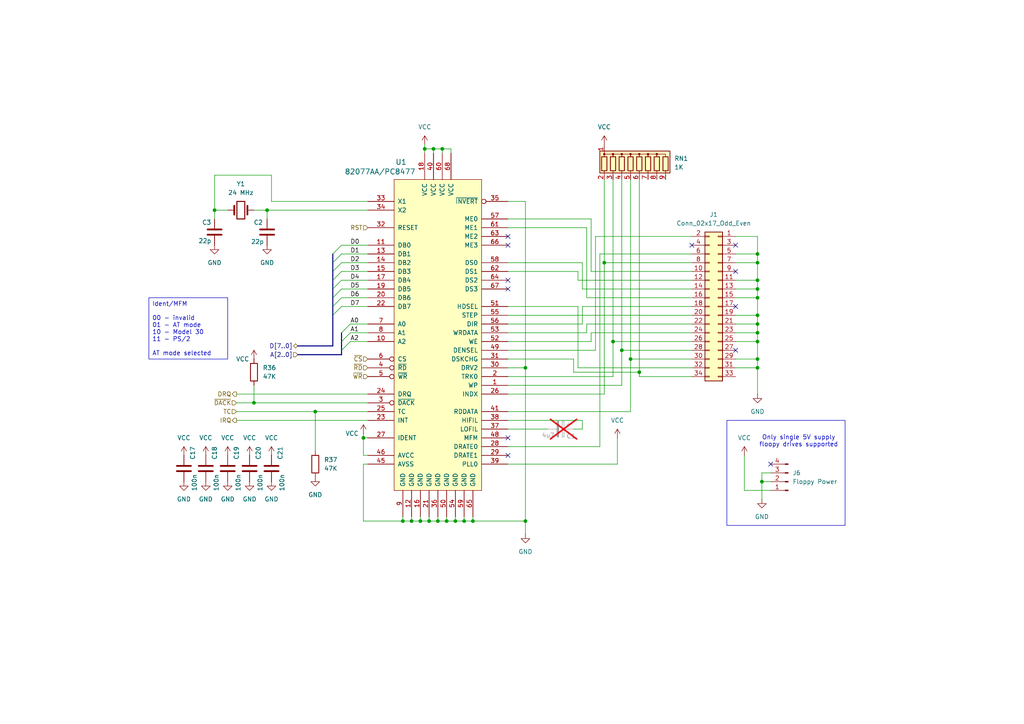
<source format=kicad_sch>
(kicad_sch (version 20250114) (generator "eeschema") (generator_version "9.0")
  (paper "A4")
  (lib_symbols
    (symbol "82077AA:82077AA" (pin_names (offset 1.016))
      (property "Reference" "U1" (at -10.668 49.53 0))
      (property "Value" "82077AA/PC8477" (at -16.764 46.736 0))
      (symbol "82077AA_1_1"
        (rectangle (start -12.7 44.45) (end 12.7 -45.72) (fill (type background)))
        (pin input line (at -20.32 38.1 0) (length 7.62) (name "X1") (number "33"))
        (pin input line (at -20.32 35.56 0) (length 7.62) (name "X2") (number "34"))
        (pin input line (at -20.32 30.48 0) (length 7.62) (name "RESET") (number "32"))
        (pin tri_state line (at -20.32 25.4 0) (length 7.62) (name "DB0") (number "11"))
        (pin tri_state line (at -20.32 22.86 0) (length 7.62) (name "DB1") (number "13"))
        (pin tri_state line (at -20.32 20.32 0) (length 7.62) (name "DB2") (number "14"))
        (pin tri_state line (at -20.32 17.78 0) (length 7.62) (name "DB3") (number "15"))
        (pin tri_state line (at -20.32 15.24 0) (length 7.62) (name "DB4") (number "17"))
        (pin tri_state line (at -20.32 12.7 0) (length 7.62) (name "DB5") (number "19"))
        (pin tri_state line (at -20.32 10.16 0) (length 7.62) (name "DB6") (number "20"))
        (pin tri_state line (at -20.32 7.62 0) (length 7.62) (name "DB7") (number "22"))
        (pin input line (at -20.32 2.54 0) (length 7.62) (name "A0") (number "7"))
        (pin input line (at -20.32 0 0) (length 7.62) (name "A1") (number "8"))
        (pin input line (at -20.32 -2.54 0) (length 7.62) (name "A2") (number "10"))
        (pin input inverted (at -20.32 -7.62 0) (length 7.62) (name "CS") (number "6"))
        (pin input inverted (at -20.32 -10.16 0) (length 7.62) (name "~{RD}") (number "4"))
        (pin input inverted (at -20.32 -12.7 0) (length 7.62) (name "~{WR}") (number "5"))
        (pin output line (at -20.32 -17.78 0) (length 7.62) (name "DRQ") (number "24"))
        (pin input inverted (at -20.32 -20.32 0) (length 7.62) (name "~{DACK}") (number "3"))
        (pin input line (at -20.32 -22.86 0) (length 7.62) (name "TC") (number "25"))
        (pin output line (at -20.32 -25.4 0) (length 7.62) (name "INT") (number "23"))
        (pin input line (at -20.32 -30.48 0) (length 7.62) (name "IDENT") (number "27"))
        (pin power_in line (at -20.32 -35.56 0) (length 7.62) (name "AVCC") (number "46"))
        (pin power_in line (at -20.32 -38.1 0) (length 7.62) (name "AVSS") (number "45"))
        (pin power_in line (at -10.16 -53.34 90) (length 7.62) (name "GND") (number "9"))
        (pin power_in line (at -7.62 -53.34 90) (length 7.62) (name "GND") (number "12"))
        (pin no_connect line (at -6.35 52.07 270) (length 7.62) (hide yes) (name "NC") (number "42"))
        (pin no_connect line (at -5.08 52.07 270) (length 7.62) (hide yes) (name "NC") (number "43"))
        (pin power_in line (at -5.08 -53.34 90) (length 7.62) (name "GND") (number "16"))
        (pin power_in line (at -3.81 52.07 270) (length 7.62) (name "VCC") (number "18"))
        (pin power_in line (at -2.54 -53.34 90) (length 7.62) (name "GND") (number "21"))
        (pin power_in line (at -1.27 52.07 270) (length 7.62) (name "VCC") (number "40"))
        (pin power_in line (at 0 -53.34 90) (length 7.62) (name "GND") (number "36"))
        (pin power_in line (at 1.27 52.07 270) (length 7.62) (name "VCC") (number "60"))
        (pin power_in line (at 2.54 -53.34 90) (length 7.62) (name "GND") (number "50"))
        (pin power_in line (at 3.81 52.07 270) (length 7.62) (name "VCC") (number "68"))
        (pin power_in line (at 5.08 -53.34 90) (length 7.62) (name "GND") (number "54"))
        (pin no_connect line (at 7.62 52.07 270) (length 7.62) (hide yes) (name "NC") (number "44"))
        (pin power_in line (at 7.62 -53.34 90) (length 7.62) (name "GND") (number "59"))
        (pin no_connect line (at 8.89 52.07 270) (length 7.62) (hide yes) (name "NC") (number "47"))
        (pin power_in line (at 10.16 -53.34 90) (length 7.62) (name "GND") (number "65"))
        (pin input inverted (at 20.32 38.1 180) (length 7.62) (name "~{INVERT}") (number "35"))
        (pin output line (at 20.32 33.02 180) (length 7.62) (name "ME0") (number "57"))
        (pin output line (at 20.32 30.48 180) (length 7.62) (name "ME1") (number "61"))
        (pin output line (at 20.32 27.94 180) (length 7.62) (name "ME2") (number "63"))
        (pin output line (at 20.32 25.4 180) (length 7.62) (name "ME3") (number "66"))
        (pin output line (at 20.32 20.32 180) (length 7.62) (name "DS0") (number "58"))
        (pin output line (at 20.32 17.78 180) (length 7.62) (name "DS1") (number "62"))
        (pin output line (at 20.32 15.24 180) (length 7.62) (name "DS2") (number "64"))
        (pin output line (at 20.32 12.7 180) (length 7.62) (name "DS3") (number "67"))
        (pin output line (at 20.32 7.62 180) (length 7.62) (name "HDSEL") (number "51"))
        (pin output line (at 20.32 5.08 180) (length 7.62) (name "STEP") (number "55"))
        (pin output line (at 20.32 2.54 180) (length 7.62) (name "DIR") (number "56"))
        (pin output line (at 20.32 0 180) (length 7.62) (name "WRDATA") (number "53"))
        (pin output line (at 20.32 -2.54 180) (length 7.62) (name "WE") (number "52"))
        (pin output line (at 20.32 -5.08 180) (length 7.62) (name "DENSEL") (number "49"))
        (pin input line (at 20.32 -7.62 180) (length 7.62) (name "DSKCHG") (number "31"))
        (pin input line (at 20.32 -10.16 180) (length 7.62) (name "DRV2") (number "30"))
        (pin input line (at 20.32 -12.7 180) (length 7.62) (name "TRK0") (number "2"))
        (pin input line (at 20.32 -15.24 180) (length 7.62) (name "WP") (number "1"))
        (pin input line (at 20.32 -17.78 180) (length 7.62) (name "INDX") (number "26"))
        (pin input line (at 20.32 -22.86 180) (length 7.62) (name "RDDATA") (number "41"))
        (pin input line (at 20.32 -25.4 180) (length 7.62) (name "HIFIL") (number "38"))
        (pin input line (at 20.32 -27.94 180) (length 7.62) (name "LOFIL") (number "37"))
        (pin input line (at 20.32 -30.48 180) (length 7.62) (name "MFM") (number "48"))
        (pin output line (at 20.32 -33.02 180) (length 7.62) (name "DRATE0") (number "28"))
        (pin output line (at 20.32 -35.56 180) (length 7.62) (name "DRATE1") (number "29"))
        (pin input line (at 20.32 -38.1 180) (length 7.62) (name "PLL0") (number "39"))
      )
    )
    (symbol "Connector:Conn_01x04_Pin" (pin_names (offset 1.016) (hide yes))
      (property "Reference" "J" (at 0 5.08 0))
      (property "Value" "Conn_01x04_Pin" (at 0 -7.62 0))
      (symbol "Conn_01x04_Pin_1_1"
        (rectangle (start 0.8636 2.667) (end 0 2.413) (stroke (width 0.1524)) (fill (type outline)))
        (rectangle (start 0.8636 0.127) (end 0 -0.127) (stroke (width 0.1524)) (fill (type outline)))
        (rectangle (start 0.8636 -2.413) (end 0 -2.667) (stroke (width 0.1524)) (fill (type outline)))
        (rectangle (start 0.8636 -4.953) (end 0 -5.207) (stroke (width 0.1524)) (fill (type outline)))
        (polyline (pts (xy 1.27 2.54) (xy 0.8636 2.54)) (stroke (width 0.1524)))
        (polyline (pts (xy 1.27 0) (xy 0.8636 0)) (stroke (width 0.1524)))
        (polyline (pts (xy 1.27 -2.54) (xy 0.8636 -2.54)) (stroke (width 0.1524)))
        (polyline (pts (xy 1.27 -5.08) (xy 0.8636 -5.08)) (stroke (width 0.1524)))
        (pin passive line (at 5.08 2.54 180) (length 3.81) (name "Pin_1") (number "1"))
        (pin passive line (at 5.08 0 180) (length 3.81) (name "Pin_2") (number "2"))
        (pin passive line (at 5.08 -2.54 180) (length 3.81) (name "Pin_3") (number "3"))
        (pin passive line (at 5.08 -5.08 180) (length 3.81) (name "Pin_4") (number "4"))
      )
    )
    (symbol "Connector_Generic:Conn_02x17_Odd_Even" (pin_names (offset 1.016) (hide yes))
      (property "Reference" "J" (at 1.27 22.86 0))
      (property "Value" "Conn_02x17_Odd_Even" (at 1.27 -22.86 0))
      (symbol "Conn_02x17_Odd_Even_1_1"
        (rectangle (start -1.27 21.59) (end 3.81 -21.59) (stroke (width 0.254)) (fill (type background)))
        (rectangle (start -1.27 20.447) (end 0 20.193) (stroke (width 0.1524)))
        (rectangle (start -1.27 17.907) (end 0 17.653) (stroke (width 0.1524)))
        (rectangle (start -1.27 15.367) (end 0 15.113) (stroke (width 0.1524)))
        (rectangle (start -1.27 12.827) (end 0 12.573) (stroke (width 0.1524)))
        (rectangle (start -1.27 10.287) (end 0 10.033) (stroke (width 0.1524)))
        (rectangle (start -1.27 7.747) (end 0 7.493) (stroke (width 0.1524)))
        (rectangle (start -1.27 5.207) (end 0 4.953) (stroke (width 0.1524)))
        (rectangle (start -1.27 2.667) (end 0 2.413) (stroke (width 0.1524)))
        (rectangle (start -1.27 0.127) (end 0 -0.127) (stroke (width 0.1524)))
        (rectangle (start -1.27 -2.413) (end 0 -2.667) (stroke (width 0.1524)))
        (rectangle (start -1.27 -4.953) (end 0 -5.207) (stroke (width 0.1524)))
        (rectangle (start -1.27 -7.493) (end 0 -7.747) (stroke (width 0.1524)))
        (rectangle (start -1.27 -10.033) (end 0 -10.287) (stroke (width 0.1524)))
        (rectangle (start -1.27 -12.573) (end 0 -12.827) (stroke (width 0.1524)))
        (rectangle (start -1.27 -15.113) (end 0 -15.367) (stroke (width 0.1524)))
        (rectangle (start -1.27 -17.653) (end 0 -17.907) (stroke (width 0.1524)))
        (rectangle (start -1.27 -20.193) (end 0 -20.447) (stroke (width 0.1524)))
        (rectangle (start 3.81 20.447) (end 2.54 20.193) (stroke (width 0.1524)))
        (rectangle (start 3.81 17.907) (end 2.54 17.653) (stroke (width 0.1524)))
        (rectangle (start 3.81 15.367) (end 2.54 15.113) (stroke (width 0.1524)))
        (rectangle (start 3.81 12.827) (end 2.54 12.573) (stroke (width 0.1524)))
        (rectangle (start 3.81 10.287) (end 2.54 10.033) (stroke (width 0.1524)))
        (rectangle (start 3.81 7.747) (end 2.54 7.493) (stroke (width 0.1524)))
        (rectangle (start 3.81 5.207) (end 2.54 4.953) (stroke (width 0.1524)))
        (rectangle (start 3.81 2.667) (end 2.54 2.413) (stroke (width 0.1524)))
        (rectangle (start 3.81 0.127) (end 2.54 -0.127) (stroke (width 0.1524)))
        (rectangle (start 3.81 -2.413) (end 2.54 -2.667) (stroke (width 0.1524)))
        (rectangle (start 3.81 -4.953) (end 2.54 -5.207) (stroke (width 0.1524)))
        (rectangle (start 3.81 -7.493) (end 2.54 -7.747) (stroke (width 0.1524)))
        (rectangle (start 3.81 -10.033) (end 2.54 -10.287) (stroke (width 0.1524)))
        (rectangle (start 3.81 -12.573) (end 2.54 -12.827) (stroke (width 0.1524)))
        (rectangle (start 3.81 -15.113) (end 2.54 -15.367) (stroke (width 0.1524)))
        (rectangle (start 3.81 -17.653) (end 2.54 -17.907) (stroke (width 0.1524)))
        (rectangle (start 3.81 -20.193) (end 2.54 -20.447) (stroke (width 0.1524)))
        (pin passive line (at -5.08 20.32 0) (length 3.81) (name "Pin_1") (number "1"))
        (pin passive line (at -5.08 17.78 0) (length 3.81) (name "Pin_3") (number "3"))
        (pin passive line (at -5.08 15.24 0) (length 3.81) (name "Pin_5") (number "5"))
        (pin passive line (at -5.08 12.7 0) (length 3.81) (name "Pin_7") (number "7"))
        (pin passive line (at -5.08 10.16 0) (length 3.81) (name "Pin_9") (number "9"))
        (pin passive line (at -5.08 7.62 0) (length 3.81) (name "Pin_11") (number "11"))
        (pin passive line (at -5.08 5.08 0) (length 3.81) (name "Pin_13") (number "13"))
        (pin passive line (at -5.08 2.54 0) (length 3.81) (name "Pin_15") (number "15"))
        (pin passive line (at -5.08 0 0) (length 3.81) (name "Pin_17") (number "17"))
        (pin passive line (at -5.08 -2.54 0) (length 3.81) (name "Pin_19") (number "19"))
        (pin passive line (at -5.08 -5.08 0) (length 3.81) (name "Pin_21") (number "21"))
        (pin passive line (at -5.08 -7.62 0) (length 3.81) (name "Pin_23") (number "23"))
        (pin passive line (at -5.08 -10.16 0) (length 3.81) (name "Pin_25") (number "25"))
        (pin passive line (at -5.08 -12.7 0) (length 3.81) (name "Pin_27") (number "27"))
        (pin passive line (at -5.08 -15.24 0) (length 3.81) (name "Pin_29") (number "29"))
        (pin passive line (at -5.08 -17.78 0) (length 3.81) (name "Pin_31") (number "31"))
        (pin passive line (at -5.08 -20.32 0) (length 3.81) (name "Pin_33") (number "33"))
        (pin passive line (at 7.62 20.32 180) (length 3.81) (name "Pin_2") (number "2"))
        (pin passive line (at 7.62 17.78 180) (length 3.81) (name "Pin_4") (number "4"))
        (pin passive line (at 7.62 15.24 180) (length 3.81) (name "Pin_6") (number "6"))
        (pin passive line (at 7.62 12.7 180) (length 3.81) (name "Pin_8") (number "8"))
        (pin passive line (at 7.62 10.16 180) (length 3.81) (name "Pin_10") (number "10"))
        (pin passive line (at 7.62 7.62 180) (length 3.81) (name "Pin_12") (number "12"))
        (pin passive line (at 7.62 5.08 180) (length 3.81) (name "Pin_14") (number "14"))
        (pin passive line (at 7.62 2.54 180) (length 3.81) (name "Pin_16") (number "16"))
        (pin passive line (at 7.62 0 180) (length 3.81) (name "Pin_18") (number "18"))
        (pin passive line (at 7.62 -2.54 180) (length 3.81) (name "Pin_20") (number "20"))
        (pin passive line (at 7.62 -5.08 180) (length 3.81) (name "Pin_22") (number "22"))
        (pin passive line (at 7.62 -7.62 180) (length 3.81) (name "Pin_24") (number "24"))
        (pin passive line (at 7.62 -10.16 180) (length 3.81) (name "Pin_26") (number "26"))
        (pin passive line (at 7.62 -12.7 180) (length 3.81) (name "Pin_28") (number "28"))
        (pin passive line (at 7.62 -15.24 180) (length 3.81) (name "Pin_30") (number "30"))
        (pin passive line (at 7.62 -17.78 180) (length 3.81) (name "Pin_32") (number "32"))
        (pin passive line (at 7.62 -20.32 180) (length 3.81) (name "Pin_34") (number "34"))
      )
    )
    (symbol "Device:C" (pin_numbers (hide yes)) (pin_names (offset 0.254))
      (property "Reference" "C" (at 0.635 2.54 0))
      (property "Value" "C" (at 0.635 -2.54 0))
      (symbol "C_0_1"
        (polyline (pts (xy -2.032 0.762) (xy 2.032 0.762)) (stroke (width 0.508)))
        (polyline (pts (xy -2.032 -0.762) (xy 2.032 -0.762)) (stroke (width 0.508)))
      )
      (symbol "C_1_1"
        (pin passive line (at 0 3.81 270) (length 2.794) (name "~") (number "1"))
        (pin passive line (at 0 -3.81 90) (length 2.794) (name "~") (number "2"))
      )
    )
    (symbol "Device:C_Polarized" (pin_numbers (hide yes)) (pin_names (offset 0.254))
      (property "Reference" "C" (at 0.635 2.54 0))
      (property "Value" "C_Polarized" (at 0.635 -2.54 0))
      (symbol "C_Polarized_0_1"
        (rectangle (start -2.286 0.508) (end 2.286 1.016))
        (polyline (pts (xy -1.778 2.286) (xy -0.762 2.286)))
        (polyline (pts (xy -1.27 2.794) (xy -1.27 1.778)))
        (rectangle (start 2.286 -0.508) (end -2.286 -1.016) (fill (type outline)))
      )
      (symbol "C_Polarized_1_1"
        (pin passive line (at 0 3.81 270) (length 2.794) (name "~") (number "1"))
        (pin passive line (at 0 -3.81 90) (length 2.794) (name "~") (number "2"))
      )
    )
    (symbol "Device:Crystal" (pin_numbers (hide yes)) (pin_names (offset 1.016) (hide yes))
      (property "Reference" "Y" (at 0 3.81 0))
      (property "Value" "Crystal" (at 0 -3.81 0))
      (symbol "Crystal_0_1"
        (polyline (pts (xy -2.54 0) (xy -1.905 0)))
        (polyline (pts (xy -1.905 -1.27) (xy -1.905 1.27)) (stroke (width 0.508)))
        (rectangle (start -1.143 2.54) (end 1.143 -2.54) (stroke (width 0.3048)))
        (polyline (pts (xy 1.905 -1.27) (xy 1.905 1.27)) (stroke (width 0.508)))
        (polyline (pts (xy 2.54 0) (xy 1.905 0)))
      )
      (symbol "Crystal_1_1"
        (pin passive line (at -3.81 0 0) (length 1.27) (name "1") (number "1"))
        (pin passive line (at 3.81 0 180) (length 1.27) (name "2") (number "2"))
      )
    )
    (symbol "Device:R" (pin_numbers (hide yes)) (pin_names (offset 0))
      (property "Reference" "R" (at 2.032 0 90))
      (property "Value" "R" (at 0 0 90))
      (symbol "R_0_1"
        (rectangle (start -1.016 -2.54) (end 1.016 2.54) (stroke (width 0.254)))
      )
      (symbol "R_1_1"
        (pin passive line (at 0 3.81 270) (length 1.27) (name "~") (number "1"))
        (pin passive line (at 0 -3.81 90) (length 1.27) (name "~") (number "2"))
      )
    )
    (symbol "Device:R_Network08" (pin_names (offset 0) (hide yes))
      (property "Reference" "RN" (at -12.7 0 90))
      (property "Value" "R_Network08" (at 10.16 0 90))
      (symbol "R_Network08_0_1"
        (rectangle (start -11.43 -3.175) (end 8.89 3.175) (stroke (width 0.254)) (fill (type background)))
        (rectangle (start -10.922 1.524) (end -9.398 -2.54) (stroke (width 0.254)))
        (circle (center -10.16 2.286) (radius 0.254) (fill (type outline)))
        (polyline (pts (xy -10.16 1.524) (xy -10.16 2.286) (xy -7.62 2.286) (xy -7.62 1.524)))
        (polyline (pts (xy -10.16 -2.54) (xy -10.16 -3.81)))
        (rectangle (start -8.382 1.524) (end -6.858 -2.54) (stroke (width 0.254)))
        (circle (center -7.62 2.286) (radius 0.254) (fill (type outline)))
        (polyline (pts (xy -7.62 1.524) (xy -7.62 2.286) (xy -5.08 2.286) (xy -5.08 1.524)))
        (polyline (pts (xy -7.62 -2.54) (xy -7.62 -3.81)))
        (rectangle (start -5.842 1.524) (end -4.318 -2.54) (stroke (width 0.254)))
        (circle (center -5.08 2.286) (radius 0.254) (fill (type outline)))
        (polyline (pts (xy -5.08 1.524) (xy -5.08 2.286) (xy -2.54 2.286) (xy -2.54 1.524)))
        (polyline (pts (xy -5.08 -2.54) (xy -5.08 -3.81)))
        (rectangle (start -3.302 1.524) (end -1.778 -2.54) (stroke (width 0.254)))
        (circle (center -2.54 2.286) (radius 0.254) (fill (type outline)))
        (polyline (pts (xy -2.54 1.524) (xy -2.54 2.286) (xy 0 2.286) (xy 0 1.524)))
        (polyline (pts (xy -2.54 -2.54) (xy -2.54 -3.81)))
        (rectangle (start -0.762 1.524) (end 0.762 -2.54) (stroke (width 0.254)))
        (circle (center 0 2.286) (radius 0.254) (fill (type outline)))
        (polyline (pts (xy 0 1.524) (xy 0 2.286) (xy 2.54 2.286) (xy 2.54 1.524)))
        (polyline (pts (xy 0 -2.54) (xy 0 -3.81)))
        (rectangle (start 1.778 1.524) (end 3.302 -2.54) (stroke (width 0.254)))
        (circle (center 2.54 2.286) (radius 0.254) (fill (type outline)))
        (polyline (pts (xy 2.54 1.524) (xy 2.54 2.286) (xy 5.08 2.286) (xy 5.08 1.524)))
        (polyline (pts (xy 2.54 -2.54) (xy 2.54 -3.81)))
        (rectangle (start 4.318 1.524) (end 5.842 -2.54) (stroke (width 0.254)))
        (circle (center 5.08 2.286) (radius 0.254) (fill (type outline)))
        (polyline (pts (xy 5.08 1.524) (xy 5.08 2.286) (xy 7.62 2.286) (xy 7.62 1.524)))
        (polyline (pts (xy 5.08 -2.54) (xy 5.08 -3.81)))
        (rectangle (start 6.858 1.524) (end 8.382 -2.54) (stroke (width 0.254)))
        (polyline (pts (xy 7.62 -2.54) (xy 7.62 -3.81)))
      )
      (symbol "R_Network08_1_1"
        (pin passive line (at -10.16 5.08 270) (length 2.54) (name "common") (number "1"))
        (pin passive line (at -10.16 -5.08 90) (length 1.27) (name "R1") (number "2"))
        (pin passive line (at -7.62 -5.08 90) (length 1.27) (name "R2") (number "3"))
        (pin passive line (at -5.08 -5.08 90) (length 1.27) (name "R3") (number "4"))
        (pin passive line (at -2.54 -5.08 90) (length 1.27) (name "R4") (number "5"))
        (pin passive line (at 0 -5.08 90) (length 1.27) (name "R5") (number "6"))
        (pin passive line (at 2.54 -5.08 90) (length 1.27) (name "R6") (number "7"))
        (pin passive line (at 5.08 -5.08 90) (length 1.27) (name "R7") (number "8"))
        (pin passive line (at 7.62 -5.08 90) (length 1.27) (name "R8") (number "9"))
      )
    )
    (symbol "power:GND" (power) (pin_numbers (hide yes)) (pin_names (offset 0) (hide yes))
      (property "Value" "GND" (at 0 -3.81 0))
      (symbol "GND_0_1"
        (polyline (pts (xy 0 0) (xy 0 -1.27) (xy 1.27 -1.27) (xy 0 -2.54) (xy -1.27 -1.27) (xy 0 -1.27)))
      )
      (symbol "GND_1_1"
        (pin power_in line (at 0 0 270) (length 0) (name "~") (number "1"))
      )
    )
    (symbol "power:VCC" (power) (pin_numbers (hide yes)) (pin_names (offset 0) (hide yes))
      (property "Value" "VCC" (at 0 3.556 0))
      (symbol "VCC_0_1"
        (polyline (pts (xy -0.762 1.27) (xy 0 2.54)))
        (polyline (pts (xy 0 2.54) (xy 0.762 1.27)))
        (polyline (pts (xy 0 0) (xy 0 2.54)))
      )
      (symbol "VCC_1_1"
        (pin power_in line (at 0 0 90) (length 0) (name "~") (number "1"))
      )
    )
  )
  (rectangle (start 210.82 121.92) (end 245.11 152.4))
  (text "Only single 5V supply\nfloopy drives supported" (at 231.648 128.016 0) (effects (font (size 1.27 1.27))))
  (text_box "Ident/MFM\n\n00 - invalid\n01 - AT mode\n10 - Model 30\n11 - PS/2\n\nAT mode selected" (at 43.18 86.36 0) (size 22.86 17.78) (margins 0.9525 0.9525 0.9525 0.9525) (effects (font (size 1.27 1.27)) (justify left top)))
  (junction (at 127 151.13))
  (junction (at 125.73 43.18))
  (junction (at 219.71 83.82))
  (junction (at 137.16 151.13))
  (junction (at 185.42 107.95))
  (junction (at 219.71 73.66))
  (junction (at 121.92 151.13))
  (junction (at 77.47 60.96))
  (junction (at 91.44 119.38))
  (junction (at 177.8 99.06))
  (junction (at 123.19 43.18))
  (junction (at 182.88 104.14))
  (junction (at 119.38 151.13))
  (junction (at 152.4 151.13))
  (junction (at 219.71 99.06))
  (junction (at 105.41 127))
  (junction (at 219.71 96.52))
  (junction (at 175.26 76.2))
  (junction (at 219.71 76.2))
  (junction (at 62.23 60.96))
  (junction (at 219.71 93.98))
  (junction (at 132.08 151.13))
  (junction (at 152.4 106.68))
  (junction (at 116.84 151.13))
  (junction (at 219.71 104.14))
  (junction (at 219.71 91.44))
  (junction (at 219.71 106.68))
  (junction (at 73.66 116.84))
  (junction (at 128.27 43.18))
  (junction (at 219.71 86.36))
  (junction (at 180.34 101.6))
  (junction (at 220.98 139.7))
  (junction (at 124.46 151.13))
  (junction (at 219.71 81.28))
  (junction (at 134.62 151.13))
  (junction (at 129.54 151.13))
  (no_connect (at 213.36 71.12))
  (no_connect (at 147.32 83.82))
  (no_connect (at 147.32 132.08))
  (no_connect (at 200.66 71.12))
  (no_connect (at 147.32 71.12))
  (no_connect (at 147.32 127))
  (no_connect (at 223.52 134.62))
  (no_connect (at 213.36 101.6))
  (no_connect (at 213.36 88.9))
  (no_connect (at 147.32 68.58))
  (no_connect (at 147.32 81.28))
  (no_connect (at 213.36 78.74))
  (bus_entry (at 99.06 99.06) (size 2.54 -2.54))
  (bus_entry (at 96.52 76.2) (size 2.54 -2.54))
  (bus_entry (at 96.52 73.66) (size 2.54 -2.54))
  (bus_entry (at 96.52 91.44) (size 2.54 -2.54))
  (bus_entry (at 96.52 83.82) (size 2.54 -2.54))
  (bus_entry (at 96.52 81.28) (size 2.54 -2.54))
  (bus_entry (at 96.52 86.36) (size 2.54 -2.54))
  (bus_entry (at 96.52 78.74) (size 2.54 -2.54))
  (bus_entry (at 99.06 96.52) (size 2.54 -2.54))
  (bus_entry (at 96.52 88.9) (size 2.54 -2.54))
  (bus_entry (at 99.06 101.6) (size 2.54 -2.54))
  (wire (pts (xy 200.66 88.9) (xy 168.91 88.9)))
  (wire (pts (xy 219.71 93.98) (xy 219.71 96.52)))
  (wire (pts (xy 125.73 43.18) (xy 128.27 43.18)))
  (wire (pts (xy 213.36 106.68) (xy 219.71 106.68)))
  (wire (pts (xy 147.32 114.3) (xy 175.26 114.3)))
  (wire (pts (xy 105.41 125.73) (xy 105.41 127)))
  (wire (pts (xy 179.07 134.62) (xy 179.07 127)))
  (wire (pts (xy 127 151.13) (xy 129.54 151.13)))
  (wire (pts (xy 219.71 104.14) (xy 219.71 106.68)))
  (wire (pts (xy 170.18 96.52) (xy 170.18 93.98)))
  (wire (pts (xy 124.46 149.86) (xy 124.46 151.13)))
  (wire (pts (xy 77.47 60.96) (xy 106.68 60.96)))
  (wire (pts (xy 147.32 134.62) (xy 179.07 134.62)))
  (bus (pts (xy 96.52 86.36) (xy 96.52 88.9)))
  (wire (pts (xy 168.91 124.46) (xy 166.37 124.46)))
  (wire (pts (xy 171.45 78.74) (xy 171.45 63.5)))
  (wire (pts (xy 127 149.86) (xy 127 151.13)))
  (wire (pts (xy 77.47 60.96) (xy 77.47 63.5)))
  (wire (pts (xy 167.64 88.9) (xy 147.32 88.9)))
  (bus (pts (xy 96.52 76.2) (xy 96.52 78.74)))
  (wire (pts (xy 166.37 104.14) (xy 166.37 107.95)))
  (wire (pts (xy 125.73 43.18) (xy 125.73 44.45)))
  (wire (pts (xy 147.32 58.42) (xy 152.4 58.42)))
  (wire (pts (xy 200.66 81.28) (xy 167.64 81.28)))
  (wire (pts (xy 99.06 88.9) (xy 106.68 88.9)))
  (wire (pts (xy 78.74 50.8) (xy 78.74 58.42)))
  (wire (pts (xy 129.54 149.86) (xy 129.54 151.13)))
  (wire (pts (xy 147.32 76.2) (xy 168.91 76.2)))
  (wire (pts (xy 106.68 132.08) (xy 105.41 132.08)))
  (wire (pts (xy 182.88 104.14) (xy 182.88 52.07)))
  (wire (pts (xy 182.88 104.14) (xy 200.66 104.14)))
  (wire (pts (xy 171.45 99.06) (xy 171.45 96.52)))
  (wire (pts (xy 168.91 88.9) (xy 168.91 93.98)))
  (wire (pts (xy 105.41 151.13) (xy 105.41 134.62)))
  (wire (pts (xy 137.16 149.86) (xy 137.16 151.13)))
  (wire (pts (xy 152.4 106.68) (xy 152.4 151.13)))
  (wire (pts (xy 167.64 81.28) (xy 167.64 78.74)))
  (wire (pts (xy 130.81 43.18) (xy 130.81 44.45)))
  (wire (pts (xy 213.36 68.58) (xy 219.71 68.58)))
  (wire (pts (xy 168.91 93.98) (xy 147.32 93.98)))
  (wire (pts (xy 68.58 116.84) (xy 73.66 116.84)))
  (wire (pts (xy 185.42 107.95) (xy 185.42 109.22)))
  (wire (pts (xy 121.92 151.13) (xy 124.46 151.13)))
  (wire (pts (xy 180.34 111.76) (xy 180.34 101.6)))
  (wire (pts (xy 185.42 52.07) (xy 185.42 107.95)))
  (wire (pts (xy 168.91 121.92) (xy 168.91 124.46)))
  (wire (pts (xy 132.08 149.86) (xy 132.08 151.13)))
  (wire (pts (xy 99.06 71.12) (xy 106.68 71.12)))
  (bus (pts (xy 96.52 83.82) (xy 96.52 86.36)))
  (wire (pts (xy 99.06 86.36) (xy 106.68 86.36)))
  (wire (pts (xy 213.36 96.52) (xy 219.71 96.52)))
  (wire (pts (xy 182.88 119.38) (xy 182.88 104.14)))
  (wire (pts (xy 213.36 83.82) (xy 219.71 83.82)))
  (wire (pts (xy 215.9 132.08) (xy 215.9 142.24)))
  (wire (pts (xy 129.54 151.13) (xy 132.08 151.13)))
  (wire (pts (xy 123.19 43.18) (xy 125.73 43.18)))
  (wire (pts (xy 147.32 101.6) (xy 172.72 101.6)))
  (wire (pts (xy 219.71 68.58) (xy 219.71 73.66)))
  (wire (pts (xy 152.4 151.13) (xy 152.4 154.94)))
  (wire (pts (xy 62.23 60.96) (xy 62.23 50.8)))
  (wire (pts (xy 166.37 107.95) (xy 185.42 107.95)))
  (wire (pts (xy 147.32 99.06) (xy 171.45 99.06)))
  (wire (pts (xy 123.19 43.18) (xy 123.19 44.45)))
  (wire (pts (xy 105.41 134.62) (xy 106.68 134.62)))
  (bus (pts (xy 99.06 96.52) (xy 99.06 99.06)))
  (wire (pts (xy 68.58 119.38) (xy 91.44 119.38)))
  (wire (pts (xy 99.06 78.74) (xy 106.68 78.74)))
  (wire (pts (xy 99.06 76.2) (xy 106.68 76.2)))
  (wire (pts (xy 213.36 104.14) (xy 219.71 104.14)))
  (wire (pts (xy 171.45 96.52) (xy 200.66 96.52)))
  (bus (pts (xy 96.52 73.66) (xy 96.52 76.2)))
  (wire (pts (xy 177.8 99.06) (xy 200.66 99.06)))
  (wire (pts (xy 116.84 151.13) (xy 105.41 151.13)))
  (wire (pts (xy 119.38 149.86) (xy 119.38 151.13)))
  (wire (pts (xy 219.71 86.36) (xy 219.71 91.44)))
  (wire (pts (xy 180.34 101.6) (xy 200.66 101.6)))
  (wire (pts (xy 116.84 149.86) (xy 116.84 151.13)))
  (wire (pts (xy 147.32 119.38) (xy 182.88 119.38)))
  (bus (pts (xy 99.06 99.06) (xy 99.06 101.6)))
  (wire (pts (xy 128.27 43.18) (xy 130.81 43.18)))
  (wire (pts (xy 219.71 83.82) (xy 219.71 86.36)))
  (wire (pts (xy 73.66 60.96) (xy 77.47 60.96)))
  (wire (pts (xy 147.32 111.76) (xy 180.34 111.76)))
  (wire (pts (xy 177.8 99.06) (xy 177.8 109.22)))
  (wire (pts (xy 219.71 96.52) (xy 219.71 99.06)))
  (wire (pts (xy 128.27 43.18) (xy 128.27 44.45)))
  (wire (pts (xy 219.71 76.2) (xy 219.71 81.28)))
  (wire (pts (xy 213.36 93.98) (xy 219.71 93.98)))
  (wire (pts (xy 124.46 151.13) (xy 127 151.13)))
  (wire (pts (xy 180.34 52.07) (xy 180.34 101.6)))
  (wire (pts (xy 62.23 50.8) (xy 78.74 50.8)))
  (wire (pts (xy 219.71 99.06) (xy 219.71 104.14)))
  (wire (pts (xy 73.66 116.84) (xy 106.68 116.84)))
  (wire (pts (xy 137.16 151.13) (xy 152.4 151.13)))
  (bus (pts (xy 96.52 81.28) (xy 96.52 83.82)))
  (wire (pts (xy 200.66 86.36) (xy 170.18 86.36)))
  (wire (pts (xy 185.42 109.22) (xy 200.66 109.22)))
  (wire (pts (xy 66.04 60.96) (xy 62.23 60.96)))
  (wire (pts (xy 62.23 60.96) (xy 62.23 63.5)))
  (wire (pts (xy 147.32 129.54) (xy 173.99 129.54)))
  (wire (pts (xy 105.41 127) (xy 105.41 132.08)))
  (wire (pts (xy 147.32 121.92) (xy 168.91 121.92)))
  (wire (pts (xy 99.06 81.28) (xy 106.68 81.28)))
  (bus (pts (xy 96.52 88.9) (xy 96.52 91.44)))
  (wire (pts (xy 213.36 76.2) (xy 219.71 76.2)))
  (wire (pts (xy 147.32 91.44) (xy 200.66 91.44)))
  (wire (pts (xy 119.38 151.13) (xy 121.92 151.13)))
  (wire (pts (xy 123.19 41.91) (xy 123.19 43.18)))
  (wire (pts (xy 147.32 104.14) (xy 166.37 104.14)))
  (wire (pts (xy 147.32 109.22) (xy 177.8 109.22)))
  (wire (pts (xy 121.92 149.86) (xy 121.92 151.13)))
  (wire (pts (xy 173.99 129.54) (xy 173.99 73.66)))
  (wire (pts (xy 68.58 121.92) (xy 106.68 121.92)))
  (bus (pts (xy 86.36 102.87) (xy 99.06 102.87)))
  (wire (pts (xy 172.72 68.58) (xy 200.66 68.58)))
  (wire (pts (xy 171.45 63.5) (xy 147.32 63.5)))
  (wire (pts (xy 167.64 106.68) (xy 167.64 88.9)))
  (wire (pts (xy 170.18 86.36) (xy 170.18 66.04)))
  (wire (pts (xy 101.6 93.98) (xy 106.68 93.98)))
  (wire (pts (xy 68.58 114.3) (xy 106.68 114.3)))
  (wire (pts (xy 175.26 52.07) (xy 175.26 76.2)))
  (wire (pts (xy 99.06 83.82) (xy 106.68 83.82)))
  (wire (pts (xy 220.98 139.7) (xy 220.98 137.16)))
  (wire (pts (xy 91.44 119.38) (xy 106.68 119.38)))
  (bus (pts (xy 99.06 101.6) (xy 99.06 102.87)))
  (wire (pts (xy 177.8 52.07) (xy 177.8 99.06)))
  (wire (pts (xy 91.44 119.38) (xy 91.44 130.81)))
  (wire (pts (xy 220.98 139.7) (xy 223.52 139.7)))
  (wire (pts (xy 200.66 78.74) (xy 171.45 78.74)))
  (wire (pts (xy 78.74 58.42) (xy 106.68 58.42)))
  (wire (pts (xy 170.18 93.98) (xy 200.66 93.98)))
  (wire (pts (xy 213.36 81.28) (xy 219.71 81.28)))
  (bus (pts (xy 96.52 78.74) (xy 96.52 81.28)))
  (wire (pts (xy 213.36 91.44) (xy 219.71 91.44)))
  (wire (pts (xy 219.71 91.44) (xy 219.71 93.98)))
  (wire (pts (xy 168.91 83.82) (xy 200.66 83.82)))
  (wire (pts (xy 200.66 106.68) (xy 167.64 106.68)))
  (wire (pts (xy 147.32 106.68) (xy 152.4 106.68)))
  (wire (pts (xy 101.6 96.52) (xy 106.68 96.52)))
  (wire (pts (xy 213.36 73.66) (xy 219.71 73.66)))
  (wire (pts (xy 101.6 99.06) (xy 106.68 99.06)))
  (wire (pts (xy 105.41 127) (xy 106.68 127)))
  (wire (pts (xy 219.71 73.66) (xy 219.71 76.2)))
  (wire (pts (xy 175.26 76.2) (xy 175.26 114.3)))
  (wire (pts (xy 116.84 151.13) (xy 119.38 151.13)))
  (wire (pts (xy 132.08 151.13) (xy 134.62 151.13)))
  (bus (pts (xy 96.52 91.44) (xy 96.52 100.33)))
  (wire (pts (xy 213.36 99.06) (xy 219.71 99.06)))
  (wire (pts (xy 220.98 137.16) (xy 223.52 137.16)))
  (wire (pts (xy 152.4 58.42) (xy 152.4 106.68)))
  (wire (pts (xy 173.99 73.66) (xy 200.66 73.66)))
  (wire (pts (xy 175.26 76.2) (xy 200.66 76.2)))
  (wire (pts (xy 219.71 81.28) (xy 219.71 83.82)))
  (wire (pts (xy 219.71 106.68) (xy 219.71 114.3)))
  (wire (pts (xy 215.9 142.24) (xy 223.52 142.24)))
  (wire (pts (xy 134.62 149.86) (xy 134.62 151.13)))
  (wire (pts (xy 220.98 144.78) (xy 220.98 139.7)))
  (wire (pts (xy 213.36 86.36) (xy 219.71 86.36)))
  (wire (pts (xy 170.18 66.04) (xy 147.32 66.04)))
  (wire (pts (xy 73.66 111.76) (xy 73.66 116.84)))
  (bus (pts (xy 86.36 100.33) (xy 96.52 100.33)))
  (wire (pts (xy 147.32 96.52) (xy 170.18 96.52)))
  (wire (pts (xy 172.72 101.6) (xy 172.72 68.58)))
  (wire (pts (xy 168.91 76.2) (xy 168.91 83.82)))
  (wire (pts (xy 134.62 151.13) (xy 137.16 151.13)))
  (wire (pts (xy 147.32 124.46) (xy 158.75 124.46)))
  (wire (pts (xy 167.64 78.74) (xy 147.32 78.74)))
  (wire (pts (xy 99.06 73.66) (xy 106.68 73.66)))
  (label "D4" (at 101.6 81.28 0))
  (label "D2" (at 101.6 76.2 0))
  (label "D7" (at 101.6 88.9 0))
  (label "A1" (at 101.6 96.52 0))
  (label "D1" (at 101.6 73.66 0))
  (label "A0" (at 101.6 93.98 0))
  (label "D3" (at 101.6 78.74 0))
  (label "D5" (at 101.6 83.82 0))
  (label "D0" (at 101.6 71.12 0))
  (label "D6" (at 101.6 86.36 0))
  (label "A2" (at 101.6 99.06 0))
  (hierarchical_label "~{DACK}" (shape input) (at 68.58 116.84 180))
  (hierarchical_label "~{CS}" (shape input) (at 106.68 104.14 180))
  (hierarchical_label "A[2..0]" (shape input) (at 86.36 102.87 180))
  (hierarchical_label "IRQ" (shape output) (at 68.58 121.92 180))
  (hierarchical_label "TC" (shape input) (at 68.58 119.38 180))
  (hierarchical_label "RST" (shape input) (at 106.68 66.04 180))
  (hierarchical_label "~{WR}" (shape input) (at 106.68 109.22 180))
  (hierarchical_label "D[7..0]" (shape bidirectional) (at 86.36 100.33 180))
  (hierarchical_label "DRQ" (shape output) (at 68.58 114.3 180))
  (hierarchical_label "~{RD}" (shape input) (at 106.68 106.68 180))
  (symbol (lib_id "power:GND") (at 59.69 139.7 0) (unit 1)
    (property "Reference" "#PWR074" (effects (hide yes)))
    (property "Value" "GND" (at 59.69 144.78 0))
    (property "Description" "Power symbol creates a global label with name \"GND\" , ground" (effects (hide yes)))
  )
  (symbol (lib_id "power:VCC") (at 179.07 127 0) (unit 1)
    (property "Reference" "#PWR06" (effects (hide yes)))
    (property "Value" "VCC" (at 179.07 121.92 0))
    (property "Description" "Power symbol creates a global label with name \"VCC\"" (effects (hide yes)))
  )
  (symbol (lib_id "Device:C") (at 53.34 135.89 0) (unit 1)
    (property "Reference" "C17" (at 55.88 133.35 90) (effects (justify left)))
    (property "Value" "100n" (at 56.388 142.494 90) (effects (justify left)))
    (property "Footprint" "Capacitor_THT:C_Disc_D5.0mm_W2.5mm_P2.50mm" (effects (hide yes)))
    (property "Description" "Unpolarized capacitor" (effects (hide yes)))
  )
  (symbol (lib_id "Device:C") (at 72.39 135.89 0) (unit 1)
    (property "Reference" "C20" (at 74.93 133.35 90) (effects (justify left)))
    (property "Value" "100n" (at 75.438 142.494 90) (effects (justify left)))
    (property "Footprint" "Capacitor_THT:C_Disc_D5.0mm_W2.5mm_P2.50mm" (effects (hide yes)))
    (property "Description" "Unpolarized capacitor" (effects (hide yes)))
  )
  (symbol (lib_id "Device:R_Network08") (at 185.42 46.99 0) (unit 1)
    (property "Reference" "RN1" (at 195.58 45.9739 0) (effects (justify left)))
    (property "Value" "1K" (at 195.58 48.5139 0) (effects (justify left)))
    (property "Footprint" "Resistor_THT:R_Array_SIP9" (effects (hide yes)))
    (property "Datasheet" "http://www.vishay.com/docs/31509/csc.pdf" (effects (hide yes)))
    (property "Description" "8 resistor network, star topology, bussed resistors, small symbol" (effects (hide yes)))
  )
  (symbol (lib_id "power:GND") (at 72.39 139.7 0) (unit 1)
    (property "Reference" "#PWR078" (effects (hide yes)))
    (property "Value" "GND" (at 72.39 144.78 0))
    (property "Description" "Power symbol creates a global label with name \"GND\" , ground" (effects (hide yes)))
  )
  (symbol (lib_id "power:GND") (at 62.23 71.12 0) (unit 1)
    (property "Reference" "#PWR08" (effects (hide yes)))
    (property "Value" "GND" (at 62.23 76.2 0))
    (property "Description" "Power symbol creates a global label with name \"GND\" , ground" (effects (hide yes)))
  )
  (symbol (lib_id "power:VCC") (at 175.26 41.91 0) (unit 1)
    (property "Reference" "#PWR014" (effects (hide yes)))
    (property "Value" "VCC" (at 175.26 36.83 0))
    (property "Description" "Power symbol creates a global label with name \"VCC\"" (effects (hide yes)))
  )
  (symbol (lib_id "Connector_Generic:Conn_02x17_Odd_Even") (at 208.28 88.9 0) (mirror y) (unit 1)
    (property "Reference" "J1" (at 207.01 62.23 0))
    (property "Value" "Conn_02x17_Odd_Even" (at 207.01 64.77 0))
    (property "Footprint" "Connector_IDC:IDC-Header_2x17_P2.54mm_Vertical" (effects (hide yes)))
    (property "Description" "Generic connector, double row, 02x17, odd/even pin numbering scheme (row 1 odd numbers, row 2 even numbers), script generated (kicad-library-utils/schlib/autogen/connector/)" (effects (hide yes)))
  )
  (symbol (lib_id "Device:C") (at 77.47 67.31 180) (unit 1)
    (property "Reference" "C2" (at 74.93 64.516 0))
    (property "Value" "22p" (at 74.676 70.104 0))
    (property "Footprint" "Capacitor_THT:C_Disc_D5.0mm_W2.5mm_P2.50mm" (effects (hide yes)))
    (property "Description" "Unpolarized capacitor" (effects (hide yes)))
  )
  (symbol (lib_id "power:GND") (at 152.4 154.94 0) (unit 1)
    (property "Reference" "#PWR04" (effects (hide yes)))
    (property "Value" "GND" (at 152.4 160.02 0))
    (property "Description" "Power symbol creates a global label with name \"GND\" , ground" (effects (hide yes)))
  )
  (symbol (lib_id "Device:R") (at 91.44 134.62 0) (unit 1)
    (property "Reference" "R37" (at 93.98 133.3499 0) (effects (justify left)))
    (property "Value" "47K" (at 93.98 135.8899 0) (effects (justify left)))
    (property "Footprint" "Resistor_THT:R_Axial_DIN0207_L6.3mm_D2.5mm_P7.62mm_Horizontal" (effects (hide yes)))
    (property "Description" "Resistor" (effects (hide yes)))
  )
  (symbol (lib_id "power:GND") (at 91.44 138.43 0) (unit 1)
    (property "Reference" "#PWR0168" (effects (hide yes)))
    (property "Value" "GND" (at 91.44 143.51 0))
    (property "Description" "Power symbol creates a global label with name \"GND\" , ground" (effects (hide yes)))
  )
  (symbol (lib_id "power:GND") (at 77.47 71.12 0) (unit 1)
    (property "Reference" "#PWR07" (effects (hide yes)))
    (property "Value" "GND" (at 77.47 76.2 0))
    (property "Description" "Power symbol creates a global label with name \"GND\" , ground" (effects (hide yes)))
  )
  (symbol (lib_id "power:VCC") (at 66.04 132.08 0) (unit 1)
    (property "Reference" "#PWR075" (effects (hide yes)))
    (property "Value" "VCC" (at 66.04 127 0))
    (property "Description" "Power symbol creates a global label with name \"VCC\"" (effects (hide yes)))
  )
  (symbol (lib_id "power:GND") (at 219.71 114.3 0) (unit 1)
    (property "Reference" "#PWR03" (effects (hide yes)))
    (property "Value" "GND" (at 219.71 119.38 0))
    (property "Description" "Power symbol creates a global label with name \"GND\" , ground" (effects (hide yes)))
  )
  (symbol (lib_id "power:GND") (at 78.74 139.7 0) (unit 1)
    (property "Reference" "#PWR080" (effects (hide yes)))
    (property "Value" "GND" (at 78.74 144.78 0))
    (property "Description" "Power symbol creates a global label with name \"GND\" , ground" (effects (hide yes)))
  )
  (symbol (lib_id "power:GND") (at 220.98 144.78 0) (unit 1)
    (property "Reference" "#PWR0155" (effects (hide yes)))
    (property "Value" "GND" (at 220.98 149.86 0))
    (property "Description" "Power symbol creates a global label with name \"GND\" , ground" (effects (hide yes)))
  )
  (symbol (lib_id "Device:C_Polarized") (at 162.56 124.46 270) (unit 1) (dnp yes)
    (property "Reference" "C1" (at 165.608 126.492 90))
    (property "Value" "4u7" (at 159.004 126.238 90))
    (property "Footprint" "Capacitor_THT:CP_Radial_D5.0mm_P2.50mm" (effects (hide yes)))
    (property "Description" "Polarized capacitor" (effects (hide yes)))
  )
  (symbol (lib_id "Device:Crystal") (at 69.85 60.96 0) (unit 1)
    (property "Reference" "Y1" (at 69.85 53.34 0))
    (property "Value" "24 MHz" (at 69.85 55.88 0))
    (property "Footprint" "Crystal:Crystal_HC49-4H_Vertical" (effects (hide yes)))
    (property "Description" "Two pin crystal" (effects (hide yes)))
  )
  (symbol (lib_id "power:GND") (at 53.34 139.7 0) (unit 1)
    (property "Reference" "#PWR072" (effects (hide yes)))
    (property "Value" "GND" (at 53.34 144.78 0))
    (property "Description" "Power symbol creates a global label with name \"GND\" , ground" (effects (hide yes)))
  )
  (symbol (lib_id "power:VCC") (at 53.34 132.08 0) (unit 1)
    (property "Reference" "#PWR071" (effects (hide yes)))
    (property "Value" "VCC" (at 53.34 127 0))
    (property "Description" "Power symbol creates a global label with name \"VCC\"" (effects (hide yes)))
  )
  (symbol (lib_id "82077AA:82077AA") (at 127 96.52 0) (unit 1)
    (property "Reference" "U1" (at 116.332 46.99 0) (effects (font (size 1.524 1.524))))
    (property "Value" "82077AA/PC8477" (at 110.236 49.784 0) (effects (font (size 1.524 1.524))))
    (property "Footprint" "Package_LCC:PLCC-68_THT-Socket" (effects (hide yes)))
  )
  (symbol (lib_id "power:VCC") (at 59.69 132.08 0) (unit 1)
    (property "Reference" "#PWR073" (effects (hide yes)))
    (property "Value" "VCC" (at 59.69 127 0))
    (property "Description" "Power symbol creates a global label with name \"VCC\"" (effects (hide yes)))
  )
  (symbol (lib_id "Device:C") (at 66.04 135.89 0) (unit 1)
    (property "Reference" "C19" (at 68.58 133.35 90) (effects (justify left)))
    (property "Value" "100n" (at 69.088 142.494 90) (effects (justify left)))
    (property "Footprint" "Capacitor_THT:C_Disc_D5.0mm_W2.5mm_P2.50mm" (effects (hide yes)))
    (property "Description" "Unpolarized capacitor" (effects (hide yes)))
  )
  (symbol (lib_id "power:VCC") (at 73.66 104.14 0) (unit 1)
    (property "Reference" "#PWR0167" (effects (hide yes)))
    (property "Value" "VCC" (at 70.358 104.14 0))
    (property "Description" "Power symbol creates a global label with name \"VCC\"" (effects (hide yes)))
  )
  (symbol (lib_id "power:VCC") (at 123.19 41.91 0) (unit 1)
    (property "Reference" "#PWR05" (effects (hide yes)))
    (property "Value" "VCC" (at 123.19 36.83 0))
    (property "Description" "Power symbol creates a global label with name \"VCC\"" (effects (hide yes)))
  )
  (symbol (lib_id "power:VCC") (at 72.39 132.08 0) (unit 1)
    (property "Reference" "#PWR077" (effects (hide yes)))
    (property "Value" "VCC" (at 72.39 127 0))
    (property "Description" "Power symbol creates a global label with name \"VCC\"" (effects (hide yes)))
  )
  (symbol (lib_id "power:VCC") (at 105.41 125.73 0) (unit 1)
    (property "Reference" "#PWR09" (effects (hide yes)))
    (property "Value" "VCC" (at 102.108 125.73 0))
    (property "Description" "Power symbol creates a global label with name \"VCC\"" (effects (hide yes)))
  )
  (symbol (lib_id "Device:C") (at 62.23 67.31 180) (unit 1)
    (property "Reference" "C3" (at 59.944 64.516 0))
    (property "Value" "22p" (at 59.436 69.85 0))
    (property "Footprint" "Capacitor_THT:C_Disc_D5.0mm_W2.5mm_P2.50mm" (effects (hide yes)))
    (property "Description" "Unpolarized capacitor" (effects (hide yes)))
  )
  (symbol (lib_id "power:GND") (at 66.04 139.7 0) (unit 1)
    (property "Reference" "#PWR076" (effects (hide yes)))
    (property "Value" "GND" (at 66.04 144.78 0))
    (property "Description" "Power symbol creates a global label with name \"GND\" , ground" (effects (hide yes)))
  )
  (symbol (lib_id "power:VCC") (at 78.74 132.08 0) (unit 1)
    (property "Reference" "#PWR079" (effects (hide yes)))
    (property "Value" "VCC" (at 78.74 127 0))
    (property "Description" "Power symbol creates a global label with name \"VCC\"" (effects (hide yes)))
  )
  (symbol (lib_id "power:VCC") (at 215.9 132.08 0) (unit 1)
    (property "Reference" "#PWR0154" (effects (hide yes)))
    (property "Value" "VCC" (at 215.9 127 0))
    (property "Description" "Power symbol creates a global label with name \"VCC\"" (effects (hide yes)))
  )
  (symbol (lib_id "Device:R") (at 73.66 107.95 0) (unit 1)
    (property "Reference" "R36" (at 76.2 106.6799 0) (effects (justify left)))
    (property "Value" "47K" (at 76.2 109.2199 0) (effects (justify left)))
    (property "Footprint" "Resistor_THT:R_Axial_DIN0207_L6.3mm_D2.5mm_P7.62mm_Horizontal" (effects (hide yes)))
    (property "Description" "Resistor" (effects (hide yes)))
  )
  (symbol (lib_id "Device:C") (at 78.74 135.89 0) (unit 1)
    (property "Reference" "C21" (at 81.28 133.35 90) (effects (justify left)))
    (property "Value" "100n" (at 81.788 142.494 90) (effects (justify left)))
    (property "Footprint" "Capacitor_THT:C_Disc_D5.0mm_W2.5mm_P2.50mm" (effects (hide yes)))
    (property "Description" "Unpolarized capacitor" (effects (hide yes)))
  )
  (symbol (lib_id "Device:C") (at 59.69 135.89 0) (unit 1)
    (property "Reference" "C18" (at 62.23 133.35 90) (effects (justify left)))
    (property "Value" "100n" (at 62.738 142.494 90) (effects (justify left)))
    (property "Footprint" "Capacitor_THT:C_Disc_D5.0mm_W2.5mm_P2.50mm" (effects (hide yes)))
    (property "Description" "Unpolarized capacitor" (effects (hide yes)))
  )
  (symbol (lib_id "Connector:Conn_01x04_Pin") (at 228.6 139.7 180) (unit 1)
    (property "Reference" "J6" (at 229.87 137.1599 0) (effects (justify right)))
    (property "Value" "Floppy Power" (at 229.87 139.6999 0) (effects (justify right)))
    (property "Footprint" "Connector_PinHeader_2.54mm:PinHeader_1x04_P2.54mm_Horizontal" (effects (hide yes)))
    (property "Description" "Generic connector, single row, 01x04, script generated" (effects (hide yes)))
  )
)
</source>
